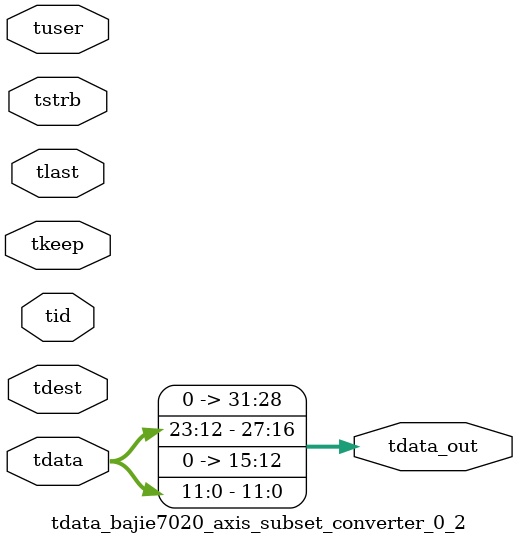
<source format=v>


`timescale 1ps/1ps

module tdata_bajie7020_axis_subset_converter_0_2 #
(
parameter C_S_AXIS_TDATA_WIDTH = 32,
parameter C_S_AXIS_TUSER_WIDTH = 0,
parameter C_S_AXIS_TID_WIDTH   = 0,
parameter C_S_AXIS_TDEST_WIDTH = 0,
parameter C_M_AXIS_TDATA_WIDTH = 32
)
(
input  [(C_S_AXIS_TDATA_WIDTH == 0 ? 1 : C_S_AXIS_TDATA_WIDTH)-1:0     ] tdata,
input  [(C_S_AXIS_TUSER_WIDTH == 0 ? 1 : C_S_AXIS_TUSER_WIDTH)-1:0     ] tuser,
input  [(C_S_AXIS_TID_WIDTH   == 0 ? 1 : C_S_AXIS_TID_WIDTH)-1:0       ] tid,
input  [(C_S_AXIS_TDEST_WIDTH == 0 ? 1 : C_S_AXIS_TDEST_WIDTH)-1:0     ] tdest,
input  [(C_S_AXIS_TDATA_WIDTH/8)-1:0 ] tkeep,
input  [(C_S_AXIS_TDATA_WIDTH/8)-1:0 ] tstrb,
input                                                                    tlast,
output [C_M_AXIS_TDATA_WIDTH-1:0] tdata_out
);

assign tdata_out = {4'b0000,tdata[23:12],4'b0000,tdata[11:0]};

endmodule


</source>
